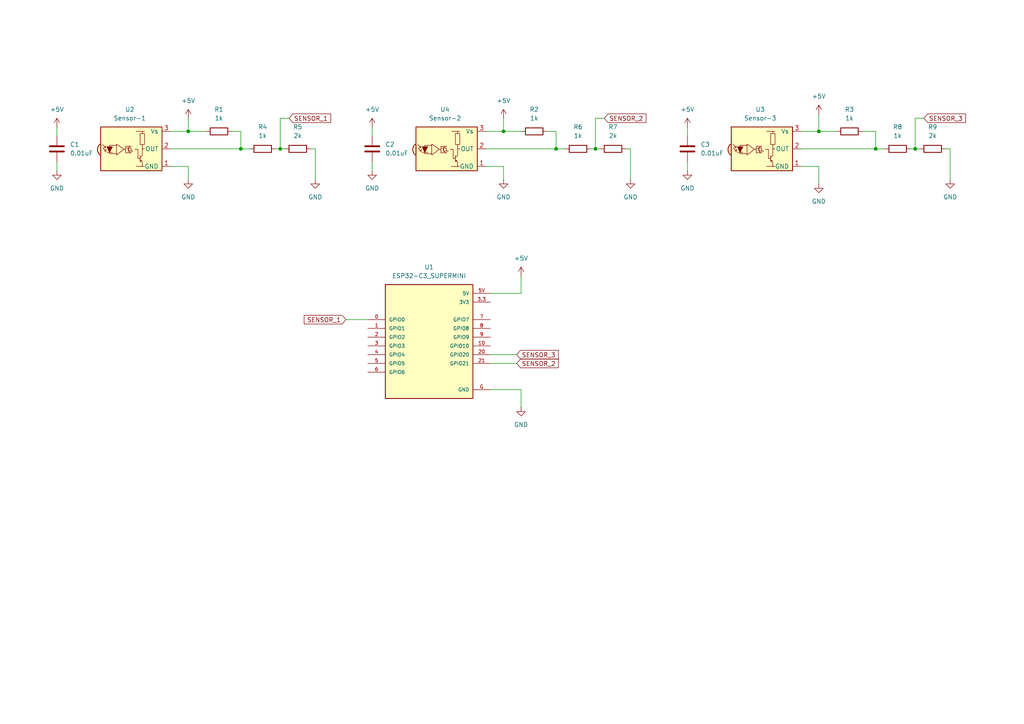
<source format=kicad_sch>
(kicad_sch (version 20231120) (generator "eeschema") (generator_version "8.0")
  (paper "A4")
  (lib_symbols
    (symbol "Device:C" (pin_numbers hide) (pin_names (offset 0.254))
      (property "Reference" "C" (at 0.635 2.54 0))
      (property "Value" "C" (at 0.635 -2.54 0))
      (symbol "C_0_1"
        (polyline (pts (xy -2.032 -0.762) (xy 2.032 -0.762)) (stroke (width 0.508)))
        (polyline (pts (xy -2.032 0.762) (xy 2.032 0.762)) (stroke (width 0.508)))
      )
      (symbol "C_1_1"
        (pin passive line (at 0 3.81 270) (length 2.794) (name "~") (number "1"))
        (pin passive line (at 0 -3.81 90) (length 2.794) (name "~") (number "2"))
      )
    )
    (symbol "Device:R" (pin_numbers hide) (pin_names (offset 0))
      (property "Reference" "R" (at 2.032 0 90))
      (property "Value" "R" (at 0 0 90))
      (symbol "R_0_1"
        (rectangle (start -1.016 -2.54) (end 1.016 2.54) (stroke (width 0.254)))
      )
      (symbol "R_1_1"
        (pin passive line (at 0 3.81 270) (length 1.27) (name "~") (number "1"))
        (pin passive line (at 0 -3.81 90) (length 1.27) (name "~") (number "2"))
      )
    )
    (symbol "ESP32-C3_SUPERMINI:ESP32-C3_SUPERMINI" (pin_names (offset 1.016))
      (property "Reference" "U" (at -12.7 16.002 0))
      (property "Value" "ESP32-C3_SUPERMINI" (at -12.7 -20.32 0))
      (symbol "ESP32-C3_SUPERMINI_0_0"
        (rectangle (start -12.7 -17.78) (end 12.7 15.24) (stroke (width 0.254)) (fill (type background)))
        (pin bidirectional line (at -17.78 5.08 0) (length 5.08) (name "GPIO0") (number "0"))
        (pin bidirectional line (at -17.78 2.54 0) (length 5.08) (name "GPIO1") (number "1"))
        (pin bidirectional line (at 17.78 -2.54 180) (length 5.08) (name "GPIO10") (number "10"))
        (pin bidirectional line (at -17.78 0 0) (length 5.08) (name "GPIO2") (number "2"))
        (pin bidirectional line (at 17.78 -5.08 180) (length 5.08) (name "GPIO20") (number "20"))
        (pin bidirectional line (at 17.78 -7.62 180) (length 5.08) (name "GPIO21") (number "21"))
        (pin bidirectional line (at -17.78 -2.54 0) (length 5.08) (name "GPIO3") (number "3"))
        (pin power_in line (at 17.78 10.16 180) (length 5.08) (name "3V3") (number "3.3"))
        (pin bidirectional line (at -17.78 -5.08 0) (length 5.08) (name "GPIO4") (number "4"))
        (pin bidirectional line (at -17.78 -7.62 0) (length 5.08) (name "GPIO5") (number "5"))
        (pin power_in line (at 17.78 12.7 180) (length 5.08) (name "5V") (number "5V"))
        (pin bidirectional line (at -17.78 -10.16 0) (length 5.08) (name "GPIO6") (number "6"))
        (pin bidirectional line (at 17.78 5.08 180) (length 5.08) (name "GPIO7") (number "7"))
        (pin bidirectional line (at 17.78 2.54 180) (length 5.08) (name "GPIO8") (number "8"))
        (pin bidirectional line (at 17.78 0 180) (length 5.08) (name "GPIO9") (number "9"))
        (pin power_in line (at 17.78 -15.24 180) (length 5.08) (name "GND") (number "G"))
      )
    )
    (symbol "Interface_Optical:IS485" (pin_names (offset 1.016))
      (property "Reference" "U" (at -10.16 7.62 0))
      (property "Value" "IS485" (at 7.62 7.62 0))
      (symbol "IS485_0_0"
        (arc (start -10.287 1.397) (mid -11.0899 -0.1852) (end -10.287 -1.778) (stroke (width 0.254)) (fill (type background)))
        (polyline (pts (xy 1.905 -5.08) (xy 0.127 -5.08)))
        (polyline (pts (xy 1.905 5.08) (xy 0.127 5.08)))
      )
      (symbol "IS485_0_1"
        (arc (start -1.27 0.762) (mid -2.2099 -0.1905) (end -1.27 -1.143))
        (polyline (pts (xy -8.763 0.381) (xy -9.652 1.27)))
        (polyline (pts (xy -8.763 0.381) (xy -9.271 0.381)))
        (polyline (pts (xy -8.763 0.381) (xy -8.763 0.889)))
        (polyline (pts (xy -8.636 -0.635) (xy -9.525 0.254)))
        (polyline (pts (xy -8.636 -0.635) (xy -9.144 -0.635)))
        (polyline (pts (xy -8.636 -0.635) (xy -8.636 -0.127)))
        (polyline (pts (xy -8.382 -1.016) (xy -6.731 -1.016)))
        (polyline (pts (xy -3.429 -0.127) (xy -2.921 -0.127)))
        (polyline (pts (xy 1.27 -1.905) (xy 1.27 -3.81)))
        (polyline (pts (xy 1.397 -3.556) (xy 1.524 -3.556)))
        (polyline (pts (xy 1.651 -3.556) (xy 1.524 -3.556)))
        (polyline (pts (xy 1.651 -3.556) (xy 1.651 -3.302)))
        (polyline (pts (xy 1.905 0) (xy 1.905 1.27)))
        (polyline (pts (xy -2.667 0.254) (xy -1.397 0.254) (xy -1.27 -0.635)))
        (polyline (pts (xy -0.762 -0.635) (xy -2.032 -0.635) (xy -2.159 0.254)))
        (polyline (pts (xy 1.905 4.445) (xy 1.905 5.08) (xy 2.54 5.08)))
        (polyline (pts (xy -8.382 0.635) (xy -6.731 0.635) (xy -7.62 -1.016) (xy -8.382 0.635)) (fill (type outline)))
        (polyline (pts (xy -5.588 -1.397) (xy -7.62 -1.397) (xy -7.62 1.016) (xy -5.588 1.016)))
        (polyline (pts (xy -3.429 -0.127) (xy -5.588 1.397) (xy -5.588 -1.778) (xy -3.429 -0.127)))
        (polyline (pts (xy -1.27 0.762) (xy -2.921 0.762) (xy -2.921 -1.143) (xy -1.27 -1.143)))
        (polyline (pts (xy 1.27 -3.175) (xy 1.905 -3.81) (xy 1.905 -5.08) (xy 2.54 -5.08)))
        (polyline (pts (xy 1.27 -2.794) (xy 0.635 -2.794) (xy 0.635 -0.127) (xy -0.254 -0.127)))
        (polyline (pts (xy 1.27 -2.54) (xy 1.905 -1.905) (xy 1.905 0) (xy 2.54 0)))
        (rectangle (start 2.54 1.27) (end 1.27 4.445))
        (rectangle (start 7.62 6.35) (end -10.16 -6.35) (stroke (width 0.254)) (fill (type background)))
      )
      (symbol "IS485_1_1"
        (pin power_in line (at 10.16 -5.08 180) (length 2.54) (name "GND") (number "1"))
        (pin output line (at 10.16 0 180) (length 2.54) (name "OUT") (number "2"))
        (pin power_in line (at 10.16 5.08 180) (length 2.54) (name "Vs") (number "3"))
      )
    )
    (symbol "power:+5V" (power) (pin_numbers hide) (pin_names (offset 0) hide)
      (property "Value" "+5V" (at 0 3.556 0))
      (symbol "+5V_0_1"
        (polyline (pts (xy -0.762 1.27) (xy 0 2.54)))
        (polyline (pts (xy 0 0) (xy 0 2.54)))
        (polyline (pts (xy 0 2.54) (xy 0.762 1.27)))
      )
      (symbol "+5V_1_1"
        (pin power_in line (at 0 0 90) (length 0) (name "~") (number "1"))
      )
    )
    (symbol "power:GND" (power) (pin_numbers hide) (pin_names (offset 0) hide)
      (property "Value" "GND" (at 0 -3.81 0))
      (symbol "GND_0_1"
        (polyline (pts (xy 0 0) (xy 0 -1.27) (xy 1.27 -1.27) (xy 0 -2.54) (xy -1.27 -1.27) (xy 0 -1.27)))
      )
      (symbol "GND_1_1"
        (pin power_in line (at 0 0 270) (length 0) (name "~") (number "1"))
      )
    )
  )
  (junction (at 172.72 43.18))
  (junction (at 161.29 43.18))
  (junction (at 81.28 43.18))
  (junction (at 69.85 43.18))
  (junction (at 146.05 38.1))
  (junction (at 254 43.18))
  (junction (at 54.61 38.1))
  (junction (at 265.43 43.18))
  (junction (at 237.49 38.1))
  (wire (pts (xy 265.43 34.29) (xy 265.43 43.18)))
  (wire (pts (xy 140.97 48.26) (xy 146.05 48.26)))
  (wire (pts (xy 275.59 43.18) (xy 275.59 52.07)))
  (wire (pts (xy 146.05 38.1) (xy 146.05 34.29)))
  (wire (pts (xy 172.72 34.29) (xy 172.72 43.18)))
  (wire (pts (xy 142.24 113.03) (xy 151.13 113.03)))
  (wire (pts (xy 16.51 46.99) (xy 16.51 49.53)))
  (wire (pts (xy 107.95 46.99) (xy 107.95 49.53)))
  (wire (pts (xy 232.41 38.1) (xy 237.49 38.1)))
  (wire (pts (xy 158.75 38.1) (xy 161.29 38.1)))
  (wire (pts (xy 54.61 48.26) (xy 54.61 52.07)))
  (wire (pts (xy 161.29 38.1) (xy 161.29 43.18)))
  (wire (pts (xy 274.32 43.18) (xy 275.59 43.18)))
  (wire (pts (xy 254 43.18) (xy 256.54 43.18)))
  (wire (pts (xy 54.61 38.1) (xy 59.69 38.1)))
  (wire (pts (xy 107.95 36.83) (xy 107.95 39.37)))
  (wire (pts (xy 237.49 48.26) (xy 237.49 53.34)))
  (wire (pts (xy 54.61 38.1) (xy 54.61 34.29)))
  (wire (pts (xy 80.01 43.18) (xy 81.28 43.18)))
  (wire (pts (xy 91.44 43.18) (xy 91.44 52.07)))
  (wire (pts (xy 49.53 43.18) (xy 69.85 43.18)))
  (wire (pts (xy 142.24 85.09) (xy 151.13 85.09)))
  (wire (pts (xy 151.13 113.03) (xy 151.13 118.11)))
  (wire (pts (xy 171.45 43.18) (xy 172.72 43.18)))
  (wire (pts (xy 83.82 34.29) (xy 81.28 34.29)))
  (wire (pts (xy 140.97 43.18) (xy 161.29 43.18)))
  (wire (pts (xy 172.72 43.18) (xy 173.99 43.18)))
  (wire (pts (xy 161.29 43.18) (xy 163.83 43.18)))
  (wire (pts (xy 182.88 43.18) (xy 182.88 52.07)))
  (wire (pts (xy 237.49 38.1) (xy 237.49 33.02)))
  (wire (pts (xy 146.05 48.26) (xy 146.05 52.07)))
  (wire (pts (xy 267.97 34.29) (xy 265.43 34.29)))
  (wire (pts (xy 69.85 38.1) (xy 69.85 43.18)))
  (wire (pts (xy 142.24 102.87) (xy 149.86 102.87)))
  (wire (pts (xy 199.39 46.99) (xy 199.39 49.53)))
  (wire (pts (xy 151.13 85.09) (xy 151.13 80.01)))
  (wire (pts (xy 142.24 105.41) (xy 149.86 105.41)))
  (wire (pts (xy 175.26 34.29) (xy 172.72 34.29)))
  (wire (pts (xy 81.28 34.29) (xy 81.28 43.18)))
  (wire (pts (xy 199.39 36.83) (xy 199.39 39.37)))
  (wire (pts (xy 49.53 48.26) (xy 54.61 48.26)))
  (wire (pts (xy 250.19 38.1) (xy 254 38.1)))
  (wire (pts (xy 81.28 43.18) (xy 82.55 43.18)))
  (wire (pts (xy 90.17 43.18) (xy 91.44 43.18)))
  (wire (pts (xy 181.61 43.18) (xy 182.88 43.18)))
  (wire (pts (xy 264.16 43.18) (xy 265.43 43.18)))
  (wire (pts (xy 16.51 36.83) (xy 16.51 39.37)))
  (wire (pts (xy 67.31 38.1) (xy 69.85 38.1)))
  (wire (pts (xy 49.53 38.1) (xy 54.61 38.1)))
  (wire (pts (xy 237.49 38.1) (xy 242.57 38.1)))
  (wire (pts (xy 146.05 38.1) (xy 151.13 38.1)))
  (wire (pts (xy 100.33 92.71) (xy 106.68 92.71)))
  (wire (pts (xy 140.97 38.1) (xy 146.05 38.1)))
  (wire (pts (xy 232.41 48.26) (xy 237.49 48.26)))
  (wire (pts (xy 232.41 43.18) (xy 254 43.18)))
  (wire (pts (xy 254 38.1) (xy 254 43.18)))
  (wire (pts (xy 265.43 43.18) (xy 266.7 43.18)))
  (wire (pts (xy 69.85 43.18) (xy 72.39 43.18)))
  (global_label "SENSOR_1" (shape input) (at 100.33 92.71 180) (property "Intersheetrefs" "${INTERSHEET_REFS}" (effects (hide yes))))
  (global_label "SENSOR_3" (shape input) (at 267.97 34.29 0) (property "Intersheetrefs" "${INTERSHEET_REFS}" (effects (hide yes))))
  (global_label "SENSOR_3" (shape input) (at 149.86 102.87 0) (property "Intersheetrefs" "${INTERSHEET_REFS}" (effects (hide yes))))
  (global_label "SENSOR_2" (shape input) (at 149.86 105.41 0) (property "Intersheetrefs" "${INTERSHEET_REFS}" (effects (hide yes))))
  (global_label "SENSOR_2" (shape input) (at 175.26 34.29 0) (property "Intersheetrefs" "${INTERSHEET_REFS}" (effects (hide yes))))
  (global_label "SENSOR_1" (shape input) (at 83.82 34.29 0) (property "Intersheetrefs" "${INTERSHEET_REFS}" (effects (hide yes))))
  (symbol (lib_id "Device:R") (at 246.38 38.1 90) (unit 1)
    (property "Reference" "R3" (at 246.38 31.75 90))
    (property "Value" "1k" (at 246.38 34.29 90))
    (property "Footprint" "Resistor_SMD:R_1206_3216Metric_Pad1.30x1.75mm_HandSolder" (effects (hide yes)))
    (property "Description" "Resistor" (effects (hide yes)))
  )
  (symbol (lib_id "ESP32-C3_SUPERMINI:ESP32-C3_SUPERMINI") (at 124.46 97.79 0) (unit 1)
    (property "Reference" "U1" (at 124.46 77.47 0))
    (property "Value" "ESP32-C3_SUPERMINI" (at 124.46 80.01 0))
    (property "Footprint" "ESP32-C3_SUPERMINI:MODULE_ESP32-C3_SUPERMINI_SMT" (effects (hide yes)))
  )
  (symbol (lib_id "Device:R") (at 63.5 38.1 90) (unit 1)
    (property "Reference" "R1" (at 63.5 31.75 90))
    (property "Value" "1k" (at 63.5 34.29 90))
    (property "Footprint" "Resistor_SMD:R_1206_3216Metric_Pad1.30x1.75mm_HandSolder" (effects (hide yes)))
    (property "Description" "Resistor" (effects (hide yes)))
  )
  (symbol (lib_id "power:GND") (at 91.44 52.07 0) (unit 1)
    (property "Reference" "#PWR011" (effects (hide yes)))
    (property "Value" "GND" (at 91.44 57.15 0))
    (property "Description" "Power symbol creates a global label with name \"GND\" , ground" (effects (hide yes)))
  )
  (symbol (lib_id "Interface_Optical:IS485") (at 222.25 43.18 0) (unit 1)
    (property "Reference" "U3" (at 220.515 31.75 0))
    (property "Value" "Sensor-3" (at 220.515 34.29 0))
    (property "Footprint" "OptoDevice:Sharp_IS485_Flat_Mount" (effects (hide yes)))
    (property "Datasheet" "https://media.digikey.com/pdf/Data%20Sheets/Sharp%20PDFs/is485,486_e.pdf" (effects (hide yes)))
    (property "Description" "Built-in Amplifier Type OPIC Light Detector" (effects (hide yes)))
  )
  (symbol (lib_id "Device:R") (at 260.35 43.18 270) (unit 1)
    (property "Reference" "R8" (at 260.35 36.83 90))
    (property "Value" "1k" (at 260.35 39.37 90))
    (property "Footprint" "Resistor_SMD:R_1206_3216Metric_Pad1.30x1.75mm_HandSolder" (effects (hide yes)))
    (property "Description" "Resistor" (effects (hide yes)))
  )
  (symbol (lib_id "power:+5V") (at 107.95 36.83 0) (unit 1)
    (property "Reference" "#PWR014" (effects (hide yes)))
    (property "Value" "+5V" (at 107.95 31.75 0))
    (property "Description" "Power symbol creates a global label with name \"+5V\"" (effects (hide yes)))
  )
  (symbol (lib_id "Device:C") (at 199.39 43.18 180) (unit 1)
    (property "Reference" "C3" (at 203.2 41.9099 0) (effects (justify right)))
    (property "Value" "0.01uF" (at 203.2 44.4499 0) (effects (justify right)))
    (property "Footprint" "Capacitor_SMD:C_1206_3216Metric_Pad1.33x1.80mm_HandSolder" (effects (hide yes)))
    (property "Description" "Unpolarized capacitor" (effects (hide yes)))
  )
  (symbol (lib_id "power:GND") (at 182.88 52.07 0) (unit 1)
    (property "Reference" "#PWR012" (effects (hide yes)))
    (property "Value" "GND" (at 182.88 57.15 0))
    (property "Description" "Power symbol creates a global label with name \"GND\" , ground" (effects (hide yes)))
  )
  (symbol (lib_id "power:GND") (at 199.39 49.53 0) (unit 1)
    (property "Reference" "#PWR016" (effects (hide yes)))
    (property "Value" "GND" (at 199.39 54.61 0))
    (property "Description" "Power symbol creates a global label with name \"GND\" , ground" (effects (hide yes)))
  )
  (symbol (lib_id "power:GND") (at 275.59 52.07 0) (unit 1)
    (property "Reference" "#PWR013" (effects (hide yes)))
    (property "Value" "GND" (at 275.59 57.15 0))
    (property "Description" "Power symbol creates a global label with name \"GND\" , ground" (effects (hide yes)))
  )
  (symbol (lib_id "power:GND") (at 16.51 49.53 0) (unit 1)
    (property "Reference" "#PWR010" (effects (hide yes)))
    (property "Value" "GND" (at 16.51 54.61 0))
    (property "Description" "Power symbol creates a global label with name \"GND\" , ground" (effects (hide yes)))
  )
  (symbol (lib_id "power:+5V") (at 54.61 34.29 0) (unit 1)
    (property "Reference" "#PWR06" (effects (hide yes)))
    (property "Value" "+5V" (at 54.61 29.21 0))
    (property "Description" "Power symbol creates a global label with name \"+5V\"" (effects (hide yes)))
  )
  (symbol (lib_id "power:+5V") (at 199.39 36.83 0) (unit 1)
    (property "Reference" "#PWR017" (effects (hide yes)))
    (property "Value" "+5V" (at 199.39 31.75 0))
    (property "Description" "Power symbol creates a global label with name \"+5V\"" (effects (hide yes)))
  )
  (symbol (lib_id "Interface_Optical:IS485") (at 39.37 43.18 0) (unit 1)
    (property "Reference" "U2" (at 37.635 31.75 0))
    (property "Value" "Sensor-1" (at 37.635 34.29 0))
    (property "Footprint" "OptoDevice:Sharp_IS485_Flat_Mount" (effects (hide yes)))
    (property "Datasheet" "https://media.digikey.com/pdf/Data%20Sheets/Sharp%20PDFs/is485,486_e.pdf" (effects (hide yes)))
    (property "Description" "Built-in Amplifier Type OPIC Light Detector" (effects (hide yes)))
  )
  (symbol (lib_id "Device:R") (at 177.8 43.18 270) (unit 1)
    (property "Reference" "R7" (at 177.8 36.83 90))
    (property "Value" "2k" (at 177.8 39.37 90))
    (property "Footprint" "Resistor_SMD:R_1206_3216Metric_Pad1.30x1.75mm_HandSolder" (effects (hide yes)))
    (property "Description" "Resistor" (effects (hide yes)))
  )
  (symbol (lib_id "power:GND") (at 54.61 52.07 0) (unit 1)
    (property "Reference" "#PWR04" (effects (hide yes)))
    (property "Value" "GND" (at 54.61 57.15 0))
    (property "Description" "Power symbol creates a global label with name \"GND\" , ground" (effects (hide yes)))
  )
  (symbol (lib_id "Device:R") (at 167.64 43.18 270) (unit 1)
    (property "Reference" "R6" (at 167.64 36.83 90))
    (property "Value" "1k" (at 167.64 39.37 90))
    (property "Footprint" "Resistor_SMD:R_1206_3216Metric_Pad1.30x1.75mm_HandSolder" (effects (hide yes)))
    (property "Description" "Resistor" (effects (hide yes)))
  )
  (symbol (lib_id "Device:C") (at 16.51 43.18 180) (unit 1)
    (property "Reference" "C1" (at 20.32 41.9099 0) (effects (justify right)))
    (property "Value" "0.01uF" (at 20.32 44.4499 0) (effects (justify right)))
    (property "Footprint" "Capacitor_SMD:C_1206_3216Metric_Pad1.33x1.80mm_HandSolder" (effects (hide yes)))
    (property "Description" "Unpolarized capacitor" (effects (hide yes)))
  )
  (symbol (lib_id "power:+5V") (at 146.05 34.29 0) (unit 1)
    (property "Reference" "#PWR07" (effects (hide yes)))
    (property "Value" "+5V" (at 146.05 29.21 0))
    (property "Description" "Power symbol creates a global label with name \"+5V\"" (effects (hide yes)))
  )
  (symbol (lib_id "Device:R") (at 270.51 43.18 270) (unit 1)
    (property "Reference" "R9" (at 270.51 36.83 90))
    (property "Value" "2k" (at 270.51 39.37 90))
    (property "Footprint" "Resistor_SMD:R_1206_3216Metric_Pad1.30x1.75mm_HandSolder" (effects (hide yes)))
    (property "Description" "Resistor" (effects (hide yes)))
  )
  (symbol (lib_id "power:+5V") (at 237.49 33.02 0) (unit 1)
    (property "Reference" "#PWR08" (effects (hide yes)))
    (property "Value" "+5V" (at 237.49 27.94 0))
    (property "Description" "Power symbol creates a global label with name \"+5V\"" (effects (hide yes)))
  )
  (symbol (lib_id "power:GND") (at 107.95 49.53 0) (unit 1)
    (property "Reference" "#PWR015" (effects (hide yes)))
    (property "Value" "GND" (at 107.95 54.61 0))
    (property "Description" "Power symbol creates a global label with name \"GND\" , ground" (effects (hide yes)))
  )
  (symbol (lib_id "power:GND") (at 151.13 118.11 0) (unit 1)
    (property "Reference" "#PWR01" (effects (hide yes)))
    (property "Value" "GND" (at 151.13 123.19 0))
    (property "Description" "Power symbol creates a global label with name \"GND\" , ground" (effects (hide yes)))
  )
  (symbol (lib_id "Interface_Optical:IS485") (at 130.81 43.18 0) (unit 1)
    (property "Reference" "U4" (at 129.075 31.75 0))
    (property "Value" "Sensor-2" (at 129.075 34.29 0))
    (property "Footprint" "OptoDevice:Sharp_IS485_Flat_Mount" (effects (hide yes)))
    (property "Datasheet" "https://media.digikey.com/pdf/Data%20Sheets/Sharp%20PDFs/is485,486_e.pdf" (effects (hide yes)))
    (property "Description" "Built-in Amplifier Type OPIC Light Detector" (effects (hide yes)))
  )
  (symbol (lib_id "power:+5V") (at 16.51 36.83 0) (unit 1)
    (property "Reference" "#PWR09" (effects (hide yes)))
    (property "Value" "+5V" (at 16.51 31.75 0))
    (property "Description" "Power symbol creates a global label with name \"+5V\"" (effects (hide yes)))
  )
  (symbol (lib_id "power:GND") (at 237.49 53.34 0) (unit 1)
    (property "Reference" "#PWR03" (effects (hide yes)))
    (property "Value" "GND" (at 237.49 58.42 0))
    (property "Description" "Power symbol creates a global label with name \"GND\" , ground" (effects (hide yes)))
  )
  (symbol (lib_id "Device:C") (at 107.95 43.18 0) (unit 1)
    (property "Reference" "C2" (at 111.76 41.9099 0) (effects (justify left)))
    (property "Value" "0.01uF" (at 111.76 44.4499 0) (effects (justify left)))
    (property "Footprint" "Capacitor_SMD:C_1206_3216Metric_Pad1.33x1.80mm_HandSolder" (effects (hide yes)))
    (property "Description" "Unpolarized capacitor" (effects (hide yes)))
  )
  (symbol (lib_id "Device:R") (at 76.2 43.18 270) (unit 1)
    (property "Reference" "R4" (at 76.2 36.83 90))
    (property "Value" "1k" (at 76.2 39.37 90))
    (property "Footprint" "Resistor_SMD:R_1206_3216Metric_Pad1.30x1.75mm_HandSolder" (effects (hide yes)))
    (property "Description" "Resistor" (effects (hide yes)))
  )
  (symbol (lib_id "power:+5V") (at 151.13 80.01 0) (unit 1)
    (property "Reference" "#PWR05" (effects (hide yes)))
    (property "Value" "+5V" (at 151.13 74.93 0))
    (property "Description" "Power symbol creates a global label with name \"+5V\"" (effects (hide yes)))
  )
  (symbol (lib_id "power:GND") (at 146.05 52.07 0) (unit 1)
    (property "Reference" "#PWR02" (effects (hide yes)))
    (property "Value" "GND" (at 146.05 57.15 0))
    (property "Description" "Power symbol creates a global label with name \"GND\" , ground" (effects (hide yes)))
  )
  (symbol (lib_id "Device:R") (at 154.94 38.1 90) (unit 1)
    (property "Reference" "R2" (at 154.94 31.75 90))
    (property "Value" "1k" (at 154.94 34.29 90))
    (property "Footprint" "Resistor_SMD:R_1206_3216Metric_Pad1.30x1.75mm_HandSolder" (effects (hide yes)))
    (property "Description" "Resistor" (effects (hide yes)))
  )
  (symbol (lib_id "Device:R") (at 86.36 43.18 270) (unit 1)
    (property "Reference" "R5" (at 86.36 36.83 90))
    (property "Value" "2k" (at 86.36 39.37 90))
    (property "Footprint" "Resistor_SMD:R_1206_3216Metric_Pad1.30x1.75mm_HandSolder" (effects (hide yes)))
    (property "Description" "Resistor" (effects (hide yes)))
  )
)
</source>
